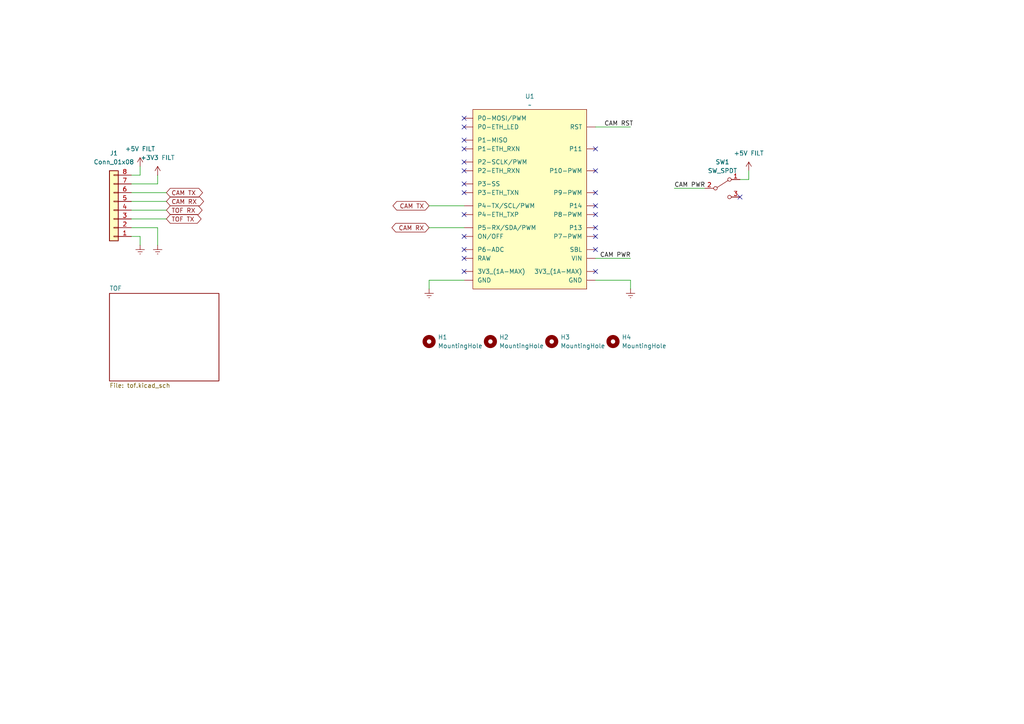
<source format=kicad_sch>
(kicad_sch (version 20231120) (generator "eeschema") (generator_version "8.0")
  (paper "A4")
  (lib_symbols
    (symbol "Connector_Generic:Conn_01x08" (pin_names (offset 1.016) hide)
      (property "Reference" "J" (at 0 10.16 0))
      (property "Value" "Conn_01x08" (at 0 -12.7 0))
      (symbol "Conn_01x08_1_1"
        (rectangle (start -1.27 -10.033) (end 0 -10.287) (stroke (width 0.1524)))
        (rectangle (start -1.27 -7.493) (end 0 -7.747) (stroke (width 0.1524)))
        (rectangle (start -1.27 -4.953) (end 0 -5.207) (stroke (width 0.1524)))
        (rectangle (start -1.27 -2.413) (end 0 -2.667) (stroke (width 0.1524)))
        (rectangle (start -1.27 0.127) (end 0 -0.127) (stroke (width 0.1524)))
        (rectangle (start -1.27 2.667) (end 0 2.413) (stroke (width 0.1524)))
        (rectangle (start -1.27 5.207) (end 0 4.953) (stroke (width 0.1524)))
        (rectangle (start -1.27 7.747) (end 0 7.493) (stroke (width 0.1524)))
        (rectangle (start -1.27 8.89) (end 1.27 -11.43) (stroke (width 0.254)) (fill (type background)))
        (pin passive line (at -5.08 7.62 0) (length 3.81) (name "Pin_1") (number "1"))
        (pin passive line (at -5.08 5.08 0) (length 3.81) (name "Pin_2") (number "2"))
        (pin passive line (at -5.08 2.54 0) (length 3.81) (name "Pin_3") (number "3"))
        (pin passive line (at -5.08 0 0) (length 3.81) (name "Pin_4") (number "4"))
        (pin passive line (at -5.08 -2.54 0) (length 3.81) (name "Pin_5") (number "5"))
        (pin passive line (at -5.08 -5.08 0) (length 3.81) (name "Pin_6") (number "6"))
        (pin passive line (at -5.08 -7.62 0) (length 3.81) (name "Pin_7") (number "7"))
        (pin passive line (at -5.08 -10.16 0) (length 3.81) (name "Pin_8") (number "8"))
      )
    )
    (symbol "Library:OpenMV_RT" (pin_numbers hide) (pin_names (offset 1.27)) (in_bom no)
      (property "Reference" "U" (at -15.24 1.27 0))
      (symbol "OpenMV_RT_0_0"
        (rectangle (start -16.51 0) (end 16.51 -52.07) (stroke (width 0.1524)) (fill (type background)))
      )
      (symbol "OpenMV_RT_1_1"
        (pin input line (at -19.05 -2.54 0) (length 2.54) (name "P0-MOSI/PWM") (number "0"))
        (pin input line (at -19.05 -5.08 0) (length 2.54) (name "P0-ETH_LED") (number "1"))
        (pin input line (at -19.05 -34.29 0) (length 2.54) (name "P5-RX/SDA/PWM") (number "10"))
        (pin input line (at -19.05 -36.83 0) (length 2.54) (name "ON/OFF") (number "11"))
        (pin input line (at -19.05 -40.64 0) (length 2.54) (name "P6-ADC") (number "12"))
        (pin input line (at -19.05 -43.18 0) (length 2.54) (name "RAW") (number "13"))
        (pin power_out line (at -19.05 -46.99 0) (length 2.54) (name "3V3_(1A-MAX)") (number "14"))
        (pin power_in line (at -19.05 -49.53 0) (length 2.54) (name "GND") (number "15"))
        (pin input line (at 19.05 -2.54 180) (length 2.54) hide (name "NC") (number "16"))
        (pin input line (at 19.05 -5.08 180) (length 2.54) (name "RST") (number "17"))
        (pin input line (at 19.05 -8.89 180) (length 2.54) hide (name "NC") (number "18"))
        (pin input line (at 19.05 -11.43 180) (length 2.54) (name "P11") (number "19"))
        (pin input line (at -19.05 -8.89 0) (length 2.54) (name "P1-MISO") (number "2"))
        (pin input line (at 19.05 -15.24 180) (length 2.54) hide (name "NC") (number "20"))
        (pin input line (at 19.05 -17.78 180) (length 2.54) (name "P10-PWM") (number "21"))
        (pin input line (at 19.05 -21.59 180) (length 2.54) hide (name "NC") (number "22"))
        (pin input line (at 19.05 -24.13 180) (length 2.54) (name "P9-PWM") (number "23"))
        (pin input line (at 19.05 -27.94 180) (length 2.54) (name "P14") (number "24"))
        (pin input line (at 19.05 -30.48 180) (length 2.54) (name "P8-PWM") (number "25"))
        (pin input line (at 19.05 -34.29 180) (length 2.54) (name "P13") (number "26"))
        (pin input line (at 19.05 -36.83 180) (length 2.54) (name "P7-PWM") (number "27"))
        (pin input line (at 19.05 -40.64 180) (length 2.54) (name "SBL") (number "28"))
        (pin power_in line (at 19.05 -43.18 180) (length 2.54) (name "VIN") (number "29"))
        (pin input line (at -19.05 -11.43 0) (length 2.54) (name "P1-ETH_RXN") (number "3"))
        (pin power_out line (at 19.05 -46.99 180) (length 2.54) (name "3V3_(1A-MAX)") (number "30"))
        (pin power_in line (at 19.05 -49.53 180) (length 2.54) (name "GND") (number "31"))
        (pin input line (at -19.05 -15.24 0) (length 2.54) (name "P2-SCLK/PWM") (number "4"))
        (pin input line (at -19.05 -17.78 0) (length 2.54) (name "P2-ETH_RXN") (number "5"))
        (pin input line (at -19.05 -21.59 0) (length 2.54) (name "P3-SS") (number "6"))
        (pin input line (at -19.05 -24.13 0) (length 2.54) (name "P3-ETH_TXN") (number "7"))
        (pin input line (at -19.05 -27.94 0) (length 2.54) (name "P4-TX/SCL/PWM") (number "8"))
        (pin input line (at -19.05 -30.48 0) (length 2.54) (name "P4-ETH_TXP") (number "9"))
      )
    )
    (symbol "Mechanical:MountingHole" (pin_names (offset 1.016))
      (property "Reference" "H" (at 0 5.08 0))
      (property "Value" "MountingHole" (at 0 3.175 0))
      (symbol "MountingHole_0_1"
        (circle (center 0 0) (radius 1.27) (stroke (width 1.27)))
      )
    )
    (symbol "Switch:SW_SPDT" (pin_names (offset 0) hide)
      (property "Reference" "SW" (at 0 4.318 0))
      (property "Value" "SW_SPDT" (at 0 -5.08 0))
      (symbol "SW_SPDT_0_0"
        (circle (center -2.032 0) (radius 0.508))
        (circle (center 2.032 -2.54) (radius 0.508))
      )
      (symbol "SW_SPDT_0_1"
        (polyline (pts (xy -1.524 0.254) (xy 1.651 2.286)))
        (circle (center 2.032 2.54) (radius 0.508))
      )
      (symbol "SW_SPDT_1_1"
        (pin passive line (at 5.08 2.54 180) (length 2.54) (name "A") (number "1"))
        (pin passive line (at -5.08 0 0) (length 2.54) (name "B") (number "2"))
        (pin passive line (at 5.08 -2.54 180) (length 2.54) (name "C") (number "3"))
      )
    )
    (symbol "power:+3V3" (power) (pin_numbers hide) (pin_names (offset 0) hide)
      (property "Value" "+3V3" (at 0 3.556 0))
      (symbol "+3V3_0_1"
        (polyline (pts (xy -0.762 1.27) (xy 0 2.54)))
        (polyline (pts (xy 0 0) (xy 0 2.54)))
        (polyline (pts (xy 0 2.54) (xy 0.762 1.27)))
      )
      (symbol "+3V3_1_1"
        (pin power_in line (at 0 0 90) (length 0) (name "~") (number "1"))
      )
    )
    (symbol "power:+5V" (power) (pin_names (offset 0))
      (property "Value" "+5V" (at 0 3.556 0))
      (symbol "+5V_0_1"
        (polyline (pts (xy -0.762 1.27) (xy 0 2.54)))
        (polyline (pts (xy 0 0) (xy 0 2.54)))
        (polyline (pts (xy 0 2.54) (xy 0.762 1.27)))
      )
      (symbol "+5V_1_1"
        (pin power_in line (at 0 0 90) (length 0) hide (name "+5V") (number "1"))
      )
    )
    (symbol "power:GNDREF" (power) (pin_numbers hide) (pin_names (offset 0) hide)
      (property "Value" "GNDREF" (at 0 -3.81 0))
      (symbol "GNDREF_0_1"
        (polyline (pts (xy -0.635 -1.905) (xy 0.635 -1.905)))
        (polyline (pts (xy -0.127 -2.54) (xy 0.127 -2.54)))
        (polyline (pts (xy 0 -1.27) (xy 0 0)))
        (polyline (pts (xy 1.27 -1.27) (xy -1.27 -1.27)))
      )
      (symbol "GNDREF_1_1"
        (pin power_in line (at 0 0 270) (length 0) (name "~") (number "1"))
      )
    )
  )
  (no_connect (at 134.62 53.34))
  (no_connect (at 172.72 72.39))
  (no_connect (at 172.72 68.58))
  (no_connect (at 134.62 36.83))
  (no_connect (at 134.62 74.93))
  (no_connect (at 134.62 62.23))
  (no_connect (at 134.62 40.64))
  (no_connect (at 172.72 59.69))
  (no_connect (at 134.62 72.39))
  (no_connect (at 134.62 55.88))
  (no_connect (at 134.62 34.29))
  (no_connect (at 214.63 57.15))
  (no_connect (at 172.72 55.88))
  (no_connect (at 172.72 43.18))
  (no_connect (at 134.62 78.74))
  (no_connect (at 172.72 78.74))
  (no_connect (at 134.62 46.99))
  (no_connect (at 172.72 49.53))
  (no_connect (at 134.62 68.58))
  (no_connect (at 134.62 49.53))
  (no_connect (at 172.72 62.23))
  (no_connect (at 172.72 66.04))
  (no_connect (at 134.62 43.18))
  (wire (pts (xy 38.1 55.88) (xy 48.26 55.88)))
  (wire (pts (xy 214.63 52.07) (xy 217.17 52.07)))
  (wire (pts (xy 172.72 36.83) (xy 182.88 36.83)))
  (wire (pts (xy 134.62 81.28) (xy 124.46 81.28)))
  (wire (pts (xy 40.64 48.26) (xy 40.64 50.8)))
  (wire (pts (xy 38.1 58.42) (xy 48.26 58.42)))
  (wire (pts (xy 45.72 71.12) (xy 45.72 66.04)))
  (wire (pts (xy 172.72 74.93) (xy 182.88 74.93)))
  (wire (pts (xy 38.1 53.34) (xy 45.72 53.34)))
  (wire (pts (xy 134.62 66.04) (xy 124.46 66.04)))
  (wire (pts (xy 172.72 81.28) (xy 182.88 81.28)))
  (wire (pts (xy 38.1 68.58) (xy 40.64 68.58)))
  (wire (pts (xy 38.1 66.04) (xy 45.72 66.04)))
  (wire (pts (xy 38.1 63.5) (xy 48.26 63.5)))
  (wire (pts (xy 45.72 50.8) (xy 45.72 53.34)))
  (wire (pts (xy 195.58 54.61) (xy 204.47 54.61)))
  (wire (pts (xy 134.62 59.69) (xy 124.46 59.69)))
  (wire (pts (xy 124.46 83.82) (xy 124.46 81.28)))
  (wire (pts (xy 40.64 71.12) (xy 40.64 68.58)))
  (wire (pts (xy 38.1 50.8) (xy 40.64 50.8)))
  (wire (pts (xy 182.88 83.82) (xy 182.88 81.28)))
  (wire (pts (xy 38.1 60.96) (xy 48.26 60.96)))
  (wire (pts (xy 217.17 49.53) (xy 217.17 52.07)))
  (label "CAM PWR" (at 195.58 54.61 0))
  (label "CAM RST" (at 175.26 36.83 0))
  (label "CAM PWR" (at 173.99 74.93 0))
  (global_label "CAM RX" (shape bidirectional) (at 48.26 58.42 0) (property "Intersheetrefs" "${INTERSHEET_REFS}" (effects (hide yes))))
  (global_label "CAM TX" (shape bidirectional) (at 124.46 59.69 180) (property "Intersheetrefs" "${INTERSHEET_REFS}" (effects (hide yes))))
  (global_label "CAM TX" (shape bidirectional) (at 48.26 55.88 0) (property "Intersheetrefs" "${INTERSHEET_REFS}" (effects (hide yes))))
  (global_label "TOF TX" (shape bidirectional) (at 48.26 63.5 0) (property "Intersheetrefs" "${INTERSHEET_REFS}" (effects (hide yes))))
  (global_label "CAM RX" (shape bidirectional) (at 124.46 66.04 180) (property "Intersheetrefs" "${INTERSHEET_REFS}" (effects (hide yes))))
  (global_label "TOF RX" (shape bidirectional) (at 48.26 60.96 0) (property "Intersheetrefs" "${INTERSHEET_REFS}" (effects (hide yes))))
  (symbol (lib_id "Mechanical:MountingHole") (at 124.46 99.06 0) (unit 1)
    (property "Reference" "H1" (at 127 97.7899 0) (effects (justify left)))
    (property "Value" "MountingHole" (at 127 100.3299 0) (effects (justify left)))
    (property "Footprint" "MountingHole:MountingHole_3.2mm_M3_Pad_Via" (effects (hide yes)))
    (property "Description" "Mounting Hole without connection" (effects (hide yes)))
  )
  (symbol (lib_id "Library:OpenMV_RT") (at 153.67 31.75 0) (unit 1) (in_bom no)
    (property "Reference" "U1" (at 153.67 27.94 0))
    (property "Value" "~" (at 153.67 30.48 0))
    (property "Footprint" "Library:OpenMV_RT" (effects (hide yes)))
  )
  (symbol (lib_id "power:GNDREF") (at 40.64 71.12 0) (mirror y) (unit 1)
    (property "Reference" "#PWR04" (effects (hide yes)))
    (property "Value" "GNDREF" (effects (hide yes)))
    (property "Description" "Power symbol creates a global label with name \"GNDREF\" , reference supply ground" (effects (hide yes)))
  )
  (symbol (lib_id "Switch:SW_SPDT") (at 209.55 54.61 0) (unit 1)
    (property "Reference" "SW1" (at 209.55 46.99 0))
    (property "Value" "SW_SPDT" (at 209.55 49.53 0))
    (property "Footprint" "Library:SS12D00G3" (effects (hide yes)))
  )
  (symbol (lib_id "power:GNDREF") (at 182.88 83.82 0) (mirror y) (unit 1)
    (property "Reference" "#PWR07" (effects (hide yes)))
    (property "Value" "GNDREF" (effects (hide yes)))
    (property "Description" "Power symbol creates a global label with name \"GNDREF\" , reference supply ground" (effects (hide yes)))
  )
  (symbol (lib_id "power:GNDREF") (at 45.72 71.12 0) (mirror y) (unit 1)
    (property "Reference" "#PWR05" (effects (hide yes)))
    (property "Value" "GNDREF" (effects (hide yes)))
    (property "Description" "Power symbol creates a global label with name \"GNDREF\" , reference supply ground" (effects (hide yes)))
  )
  (symbol (lib_id "power:+5V") (at 40.64 48.26 0) (unit 1)
    (property "Reference" "#PWR01" (effects (hide yes)))
    (property "Value" "+5V FILT" (at 40.64 43.18 0))
    (property "Description" "Power symbol creates a global label with name \"+5V\"" (effects (hide yes)))
  )
  (symbol (lib_id "Mechanical:MountingHole") (at 160.02 99.06 0) (unit 1)
    (property "Reference" "H3" (at 162.56 97.7899 0) (effects (justify left)))
    (property "Value" "MountingHole" (at 162.56 100.3299 0) (effects (justify left)))
    (property "Footprint" "MountingHole:MountingHole_3.2mm_M3_Pad_Via" (effects (hide yes)))
    (property "Description" "Mounting Hole without connection" (effects (hide yes)))
  )
  (symbol (lib_id "power:GNDREF") (at 124.46 83.82 0) (unit 1)
    (property "Reference" "#PWR06" (effects (hide yes)))
    (property "Value" "GNDREF" (effects (hide yes)))
    (property "Description" "Power symbol creates a global label with name \"GNDREF\" , reference supply ground" (effects (hide yes)))
  )
  (symbol (lib_id "power:+5V") (at 217.17 49.53 0) (unit 1)
    (property "Reference" "#PWR02" (effects (hide yes)))
    (property "Value" "+5V FILT" (at 217.17 44.45 0))
    (property "Description" "Power symbol creates a global label with name \"+5V\"" (effects (hide yes)))
  )
  (symbol (lib_id "Connector_Generic:Conn_01x08") (at 33.02 60.96 180) (unit 1)
    (property "Reference" "J1" (at 33.02 44.45 0))
    (property "Value" "Conn_01x08" (at 33.02 46.99 0))
    (property "Footprint" "Connector_JST:JST_XH_B8B-XH-AM_1x08_P2.50mm_Vertical" (effects (hide yes)))
    (property "Description" "Generic connector, single row, 01x08, script generated (kicad-library-utils/schlib/autogen/connector/)" (effects (hide yes)))
  )
  (symbol (lib_id "Mechanical:MountingHole") (at 142.24 99.06 0) (unit 1)
    (property "Reference" "H2" (at 144.78 97.7899 0) (effects (justify left)))
    (property "Value" "MountingHole" (at 144.78 100.3299 0) (effects (justify left)))
    (property "Footprint" "MountingHole:MountingHole_3.2mm_M3_Pad_Via" (effects (hide yes)))
    (property "Description" "Mounting Hole without connection" (effects (hide yes)))
  )
  (symbol (lib_id "Mechanical:MountingHole") (at 177.8 99.06 0) (unit 1)
    (property "Reference" "H4" (at 180.34 97.7899 0) (effects (justify left)))
    (property "Value" "MountingHole" (at 180.34 100.3299 0) (effects (justify left)))
    (property "Footprint" "MountingHole:MountingHole_3.2mm_M3_Pad_Via" (effects (hide yes)))
    (property "Description" "Mounting Hole without connection" (effects (hide yes)))
  )
  (symbol (lib_id "power:+3V3") (at 45.72 50.8 0) (unit 1)
    (property "Reference" "#PWR03" (effects (hide yes)))
    (property "Value" "+3V3 FILT" (at 45.72 45.72 0))
    (property "Description" "Power symbol creates a global label with name \"+3V3\"" (effects (hide yes)))
  )
  (sheet (at 31.75 85.09) (size 31.75 25.4) (stroke (width 0.1524))
    (property "Sheetname" "TOF" (at 31.75 84.3784 0) (effects (justify left bottom)))
    (property "Sheetfile" "tof.kicad_sch" (at 31.75 111.0746 0) (effects (justify left top)))
  )
)
</source>
